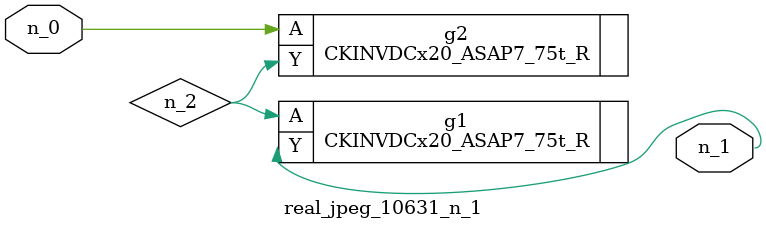
<source format=v>
module real_jpeg_10631_n_1 (n_0, n_1);

input n_0;

output n_1;

wire n_2;

CKINVDCx20_ASAP7_75t_R g2 ( 
.A(n_0),
.Y(n_2)
);

CKINVDCx20_ASAP7_75t_R g1 ( 
.A(n_2),
.Y(n_1)
);


endmodule
</source>
